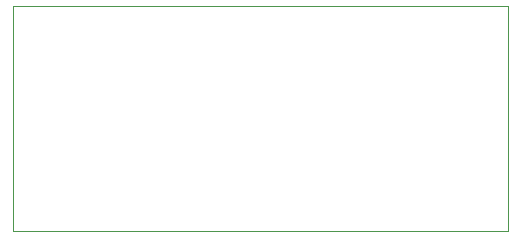
<source format=gbr>
G04 #@! TF.FileFunction,Profile,NP*
%FSLAX46Y46*%
G04 Gerber Fmt 4.6, Leading zero omitted, Abs format (unit mm)*
G04 Created by KiCad (PCBNEW (after 2015-mar-04 BZR unknown)-product) date 9/30/2016 11:15:59 AM*
%MOMM*%
G01*
G04 APERTURE LIST*
%ADD10C,0.150000*%
%ADD11C,0.100000*%
G04 APERTURE END LIST*
D10*
D11*
X0Y-19050000D02*
X0Y0D01*
X41910000Y-19050000D02*
X0Y-19050000D01*
X41910000Y0D02*
X41910000Y-19050000D01*
X0Y0D02*
X41910000Y0D01*
M02*

</source>
